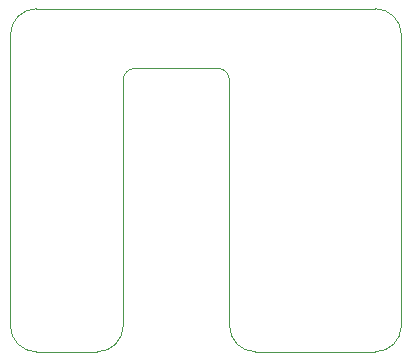
<source format=gbr>
%TF.GenerationSoftware,KiCad,Pcbnew,7.0.5*%
%TF.CreationDate,2024-03-22T16:24:41+08:00*%
%TF.ProjectId,wheel,77686565-6c2e-46b6-9963-61645f706362,rev?*%
%TF.SameCoordinates,Original*%
%TF.FileFunction,Profile,NP*%
%FSLAX46Y46*%
G04 Gerber Fmt 4.6, Leading zero omitted, Abs format (unit mm)*
G04 Created by KiCad (PCBNEW 7.0.5) date 2024-03-22 16:24:41*
%MOMM*%
%LPD*%
G01*
G04 APERTURE LIST*
%TA.AperFunction,Profile*%
%ADD10C,0.100000*%
%TD*%
%TA.AperFunction,Profile*%
%ADD11C,0.120000*%
%TD*%
G04 APERTURE END LIST*
D10*
X169570000Y-104895000D02*
X179720000Y-104895000D01*
X167370000Y-102695000D02*
G75*
G03*
X169570000Y-104895000I2200000J0D01*
G01*
X156170000Y-104895000D02*
G75*
G03*
X158370000Y-102695000I0J2200000D01*
G01*
X148820000Y-102695000D02*
G75*
G03*
X151020000Y-104895000I2200000J0D01*
G01*
X179720000Y-104895000D02*
G75*
G03*
X181920000Y-102695000I0J2200000D01*
G01*
X151020000Y-75845000D02*
X179720000Y-75845000D01*
X148820000Y-78045000D02*
X148820000Y-102695000D01*
X151020000Y-75845000D02*
G75*
G03*
X148820000Y-78045000I0J-2200000D01*
G01*
X181920000Y-78045000D02*
X181920000Y-102695000D01*
X151020000Y-104895000D02*
X156170000Y-104895000D01*
X181920000Y-78045000D02*
G75*
G03*
X179720000Y-75845000I-2200000J0D01*
G01*
D11*
%TO.C,RE1*%
X167370000Y-81895000D02*
G75*
G03*
X166370000Y-80895000I-1000000J0D01*
G01*
X159370000Y-80895000D02*
G75*
G03*
X158370000Y-81895000I0J-1000000D01*
G01*
X167370000Y-81895000D02*
X167370000Y-102695000D01*
X158370000Y-102695000D02*
X158370000Y-81895000D01*
X159370000Y-80895000D02*
X166370000Y-80895000D01*
%TD*%
M02*

</source>
